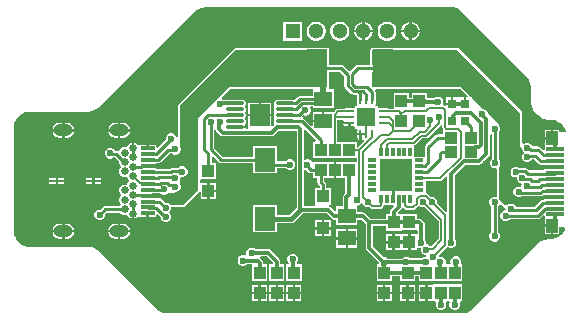
<source format=gbr>
%TF.GenerationSoftware,Altium Limited,Altium Designer,21.6.4 (81)*%
G04 Layer_Physical_Order=1*
G04 Layer_Color=255*
%FSLAX26Y26*%
%MOIN*%
%TF.SameCoordinates,57458678-C278-4CFF-9AA2-19D65F52AC30*%
%TF.FilePolarity,Positive*%
%TF.FileFunction,Copper,L1,Top,Signal*%
%TF.Part,Single*%
G01*
G75*
%TA.AperFunction,SMDPad,CuDef*%
%ADD10R,0.070866X0.125984*%
%ADD11R,0.039370X0.043307*%
%ADD12R,0.059055X0.051181*%
%ADD13R,0.066929X0.078740*%
%TA.AperFunction,ConnectorPad*%
%ADD14R,0.059055X0.013780*%
%ADD15R,0.039370X0.046457*%
%TA.AperFunction,SMDPad,CuDef*%
%ADD16R,0.031496X0.031496*%
%ADD17R,0.043307X0.039370*%
%ADD18R,0.039370X0.007874*%
%TA.AperFunction,ConnectorPad*%
%ADD19R,0.047244X0.011811*%
%TA.AperFunction,SMDPad,CuDef*%
%ADD20O,0.062992X0.011811*%
%ADD21R,0.066142X0.074016*%
%ADD22R,0.043307X0.043307*%
%ADD23R,0.106299X0.106299*%
%ADD24R,0.011811X0.031496*%
%ADD25R,0.031496X0.011811*%
%ADD26R,0.064961X0.064961*%
%ADD27O,0.009842X0.031496*%
%ADD28O,0.031496X0.009842*%
%TA.AperFunction,Conductor*%
%ADD29C,0.009842*%
%ADD30C,0.005906*%
%ADD31C,0.011811*%
%ADD32C,0.015748*%
%ADD33C,0.019685*%
%TA.AperFunction,ComponentPad*%
%ADD34C,0.051181*%
%ADD35R,0.051181X0.051181*%
%ADD36O,0.062992X0.039370*%
%ADD37C,0.025591*%
%TA.AperFunction,ViaPad*%
%ADD38C,0.023622*%
G36*
X1249565Y578638D02*
X1255148Y578641D01*
X1265161Y576277D01*
X1274366Y571675D01*
X1282267Y565081D01*
X1285161Y561222D01*
X1285352Y560930D01*
X1286076Y560191D01*
X1286651Y559331D01*
X1494425Y351377D01*
X1495197Y350861D01*
X1495299Y350719D01*
X1499571Y346735D01*
X1505832Y337930D01*
X1510229Y328048D01*
X1512580Y317491D01*
X1512686Y312084D01*
X1512782Y311647D01*
X1512782Y311647D01*
X1512697Y268738D01*
X1512747Y268484D01*
X1512709Y268228D01*
X1512969Y262915D01*
X1513150Y262193D01*
X1513149Y261449D01*
X1515215Y251062D01*
X1515593Y250150D01*
X1515785Y249180D01*
X1519836Y239396D01*
X1520385Y238574D01*
X1520763Y237661D01*
X1526645Y228855D01*
X1527343Y228156D01*
X1527892Y227335D01*
X1535378Y219845D01*
X1536199Y219295D01*
X1536898Y218596D01*
X1545701Y212710D01*
X1546613Y212332D01*
X1547435Y211782D01*
X1557217Y207726D01*
X1558186Y207532D01*
X1559098Y207154D01*
X1569484Y205083D01*
X1570227Y205082D01*
X1570948Y204901D01*
X1576243Y204638D01*
X1576493Y204675D01*
X1576741Y204626D01*
X1582093Y204626D01*
X1592533Y202549D01*
X1602367Y198476D01*
X1611217Y192563D01*
X1618743Y185036D01*
X1624657Y176186D01*
X1628259Y167490D01*
X1626636Y163800D01*
X1625561Y162490D01*
X1607362D01*
Y170644D01*
X1586614D01*
Y142415D01*
X1582677D01*
Y138478D01*
X1557992D01*
Y105111D01*
X1552992Y103039D01*
X1543296Y112735D01*
X1539715Y115128D01*
X1535491Y115968D01*
X1516161D01*
X1516003Y116074D01*
X1514426Y119881D01*
X1509443Y124864D01*
X1502931Y127561D01*
X1495883D01*
X1489371Y124864D01*
X1488754Y124247D01*
X1483754Y126318D01*
Y227362D01*
X1481882Y231882D01*
X1271252Y442512D01*
X1266732Y444384D01*
X1061024D01*
Y444882D01*
X978346D01*
Y441543D01*
X976876Y437992D01*
Y387023D01*
X935039D01*
X930815Y386183D01*
X927234Y383790D01*
X909517Y366073D01*
X905809Y365708D01*
X887727Y383790D01*
X884146Y386183D01*
X879921Y387023D01*
X840551D01*
Y444882D01*
X757874D01*
Y443400D01*
X525591D01*
X521071Y441528D01*
X338000Y258457D01*
X336128Y253937D01*
Y145714D01*
X331311Y145272D01*
X328614Y151783D01*
X323630Y156767D01*
X317118Y159464D01*
X310070D01*
X303559Y156767D01*
X298575Y151783D01*
X295878Y145271D01*
Y139642D01*
X267643Y111407D01*
X263024Y113320D01*
Y119858D01*
X238339D01*
Y108953D01*
X230464D01*
Y119858D01*
X205780D01*
Y119858D01*
X200780Y119784D01*
X200275Y121001D01*
X195269Y126007D01*
X189126Y128552D01*
Y110921D01*
X181252D01*
Y128552D01*
X175109Y126007D01*
X170103Y121001D01*
X167394Y114461D01*
X164538Y112553D01*
X161350Y113874D01*
X153910D01*
X147037Y111027D01*
X141776Y105766D01*
X140131Y101795D01*
X134343Y99712D01*
X134273Y99724D01*
X133738Y100082D01*
X129513Y100922D01*
X124948D01*
X124271Y102555D01*
X119288Y107539D01*
X112776Y110236D01*
X105728D01*
X99216Y107539D01*
X94233Y102555D01*
X91535Y96044D01*
Y88996D01*
X94233Y82484D01*
X99216Y77501D01*
X105728Y74803D01*
X112776D01*
X119288Y77501D01*
X120632Y78844D01*
X124941D01*
X138929Y64856D01*
Y59957D01*
X141776Y53084D01*
X146931Y47929D01*
X141776Y42774D01*
X138929Y35901D01*
Y28461D01*
X141776Y21588D01*
X147037Y16327D01*
X153910Y13480D01*
X161350D01*
X163813Y14501D01*
X166488Y12713D01*
X169335Y5840D01*
X174490Y685D01*
X169335Y-4470D01*
X166488Y-11343D01*
X163813Y-13130D01*
X161350Y-12110D01*
X153910D01*
X147037Y-14957D01*
X141776Y-20218D01*
X138929Y-27091D01*
Y-34531D01*
X141776Y-41404D01*
X146931Y-46559D01*
X141776Y-51714D01*
X138929Y-58587D01*
Y-66027D01*
X141776Y-72900D01*
X146931Y-78055D01*
X142222Y-82764D01*
X93783D01*
X89559Y-83605D01*
X85978Y-85998D01*
X77058Y-94917D01*
X71429D01*
X64917Y-97614D01*
X59933Y-102598D01*
X57236Y-109110D01*
Y-116158D01*
X59933Y-122669D01*
X64917Y-127653D01*
X71429Y-130350D01*
X78477D01*
X84988Y-127653D01*
X89972Y-122669D01*
X92669Y-116158D01*
Y-110528D01*
X98356Y-104842D01*
X142222D01*
X147037Y-109657D01*
X153910Y-112504D01*
X161350D01*
X164538Y-111183D01*
X167394Y-113091D01*
X170103Y-119631D01*
X175109Y-124637D01*
X181252Y-127182D01*
Y-109551D01*
X189126D01*
Y-127182D01*
X195269Y-124637D01*
X200275Y-119631D01*
X200780Y-118413D01*
X205780Y-118488D01*
Y-118488D01*
X230465D01*
Y-107583D01*
X238339D01*
Y-118488D01*
X263024D01*
Y-111474D01*
X267643Y-109560D01*
X277559Y-119476D01*
Y-122618D01*
X280256Y-129130D01*
X285240Y-134114D01*
X291752Y-136811D01*
X298800D01*
X305311Y-134114D01*
X310295Y-129130D01*
X312992Y-122618D01*
Y-115570D01*
X310295Y-109059D01*
X305567Y-104331D01*
X310295Y-99603D01*
X312992Y-93091D01*
Y-86043D01*
X313601Y-85132D01*
X354331D01*
X358851Y-83260D01*
X369120Y-72991D01*
X371256Y-72106D01*
X376240Y-67122D01*
X377125Y-64986D01*
X407323Y-34788D01*
X410824Y-35521D01*
X412323Y-36321D01*
Y-60118D01*
X433071D01*
Y-33464D01*
Y-6811D01*
X414935D01*
X412323Y-6811D01*
X409935Y-2800D01*
Y1519D01*
X411418Y5906D01*
X462598D01*
Y46080D01*
X462830Y47244D01*
X462598Y48408D01*
Y61024D01*
X448047D01*
Y80990D01*
X452666Y82904D01*
X472509Y63060D01*
X476091Y60667D01*
X480315Y59827D01*
X586614D01*
Y25590D01*
X665354D01*
Y44211D01*
X694645D01*
X698626Y40230D01*
X705137Y37533D01*
X712185D01*
X718697Y40230D01*
X723681Y45214D01*
X726378Y51725D01*
Y58773D01*
X723681Y65285D01*
X718697Y70269D01*
X712185Y72966D01*
X705137D01*
X698626Y70269D01*
X694645Y66288D01*
X665354D01*
Y116142D01*
X586614D01*
Y81905D01*
X484887D01*
X455921Y110872D01*
Y168937D01*
X460921Y169430D01*
X461024Y168911D01*
X463634Y165005D01*
X475737Y152902D01*
X475737Y152902D01*
X479644Y150292D01*
X484252Y149375D01*
X484253Y149375D01*
X647637D01*
X647638Y149375D01*
X652246Y150292D01*
X656153Y152902D01*
X671327Y168076D01*
X731463D01*
Y-87250D01*
X706779Y-111935D01*
X665354D01*
Y-80709D01*
X586614D01*
Y-171260D01*
X665354D01*
Y-140034D01*
X712598D01*
X717975Y-138964D01*
X722533Y-135919D01*
X751332Y-107119D01*
X830024D01*
X847562Y-124657D01*
X851469Y-127267D01*
X856077Y-128184D01*
X863189D01*
Y-147638D01*
X934055D01*
Y-128184D01*
X946784D01*
X961383Y-142783D01*
Y-221456D01*
X961383Y-221457D01*
X962299Y-226065D01*
X964910Y-229972D01*
X1005906Y-270968D01*
Y-275178D01*
X1004288Y-277599D01*
X997693D01*
Y-332716D01*
X1048874D01*
Y-317200D01*
X1075449D01*
Y-332716D01*
X1126630D01*
Y-317200D01*
X1138441D01*
Y-332716D01*
X1284111D01*
Y-277599D01*
X1281802D01*
X1279024Y-273441D01*
X1279527Y-272225D01*
Y-265177D01*
X1276830Y-258665D01*
X1271847Y-253681D01*
X1265335Y-250984D01*
X1258287D01*
X1251775Y-253681D01*
X1246792Y-258665D01*
X1244094Y-265177D01*
Y-272225D01*
X1244598Y-273441D01*
X1241820Y-277599D01*
X1231028D01*
X1228250Y-273441D01*
X1228346Y-273209D01*
Y-266161D01*
X1225649Y-259649D01*
X1220666Y-254666D01*
X1214154Y-251969D01*
X1207106D01*
X1206908Y-251836D01*
X1206203Y-245730D01*
X1230080Y-221853D01*
X1236027Y-220728D01*
X1242539Y-223425D01*
X1249587D01*
X1256098Y-220728D01*
X1261082Y-215744D01*
X1263779Y-209233D01*
Y-202185D01*
X1261082Y-195673D01*
X1258105Y-192696D01*
Y19676D01*
X1293316Y54887D01*
X1338553D01*
X1338553Y54887D01*
X1343162Y55804D01*
X1347069Y58414D01*
X1371704Y83050D01*
X1374315Y86957D01*
X1375231Y91565D01*
Y154591D01*
X1380231Y157264D01*
X1381186Y156626D01*
Y73563D01*
X1377697Y70075D01*
X1375000Y63563D01*
Y56515D01*
X1377697Y50004D01*
X1382681Y45020D01*
X1389193Y42323D01*
X1396240D01*
X1399120Y40399D01*
Y-49584D01*
X1395256Y-52165D01*
X1388208D01*
X1381697Y-54863D01*
X1376713Y-59846D01*
X1374016Y-66358D01*
Y-73406D01*
X1376713Y-79918D01*
X1380694Y-83898D01*
Y-170039D01*
X1376713Y-174019D01*
X1374016Y-180531D01*
Y-187579D01*
X1376713Y-194091D01*
X1381697Y-199074D01*
X1388208Y-201772D01*
X1395256D01*
X1401768Y-199074D01*
X1406752Y-194091D01*
X1409449Y-187579D01*
Y-180531D01*
X1406752Y-174019D01*
X1402771Y-170039D01*
Y-83898D01*
X1406752Y-79918D01*
X1407492Y-78130D01*
X1413390Y-76957D01*
X1421904Y-85472D01*
X1422188Y-85589D01*
X1422330Y-85861D01*
X1423790Y-86316D01*
X1426710Y-88135D01*
X1427934Y-91523D01*
X1428092Y-92240D01*
Y-96044D01*
X1426770Y-98023D01*
X1424044D01*
X1417532Y-100720D01*
X1412549Y-105704D01*
X1409851Y-112215D01*
Y-119263D01*
X1412549Y-125775D01*
X1417532Y-130758D01*
X1424044Y-133456D01*
X1431092D01*
X1437604Y-130758D01*
X1441584Y-126778D01*
X1536178D01*
X1540403Y-125938D01*
X1543984Y-123545D01*
X1553373Y-114156D01*
X1557992Y-116069D01*
Y-144199D01*
X1582677D01*
Y-148136D01*
X1586614D01*
Y-176364D01*
X1607362D01*
Y-153840D01*
X1623608D01*
X1626949Y-158841D01*
X1624657Y-164375D01*
X1618743Y-173225D01*
X1611217Y-180751D01*
X1602367Y-186665D01*
X1592533Y-190738D01*
X1582093Y-192815D01*
X1576772D01*
X1576525Y-192864D01*
X1576276Y-192827D01*
X1570953Y-193090D01*
X1570231Y-193271D01*
X1569486Y-193271D01*
X1559104Y-195341D01*
X1558192Y-195720D01*
X1557223Y-195912D01*
X1547445Y-199966D01*
X1546623Y-200515D01*
X1545711Y-200893D01*
X1536910Y-206776D01*
X1536384Y-207302D01*
X1535747Y-207684D01*
X1532074Y-211012D01*
X1532025Y-211041D01*
X1531062Y-211895D01*
X1529992Y-212612D01*
X1320759Y-422141D01*
X1320399Y-422681D01*
X1319909Y-423109D01*
X1316591Y-427418D01*
X1308678Y-433967D01*
X1299511Y-438519D01*
X1289546Y-440856D01*
X1284590D01*
X1284210Y-440844D01*
X1284047Y-440871D01*
X1283885Y-440839D01*
X296527Y-440872D01*
X296249Y-440857D01*
X295977Y-440896D01*
X295709Y-440843D01*
X291709Y-440846D01*
X284680Y-439705D01*
X277921Y-437452D01*
X271610Y-434145D01*
X269306Y-432418D01*
X268916Y-432063D01*
X268511Y-431453D01*
X268004Y-430942D01*
X267686Y-430728D01*
X267450Y-430424D01*
X267154Y-430168D01*
X68136Y-231150D01*
X67342Y-230620D01*
X66672Y-229940D01*
X63766Y-227970D01*
X63211Y-227735D01*
X62739Y-227360D01*
X56505Y-224140D01*
X55735Y-223918D01*
X55036Y-223523D01*
X48371Y-221331D01*
X47576Y-221233D01*
X46823Y-220954D01*
X39896Y-219844D01*
X39293Y-219867D01*
X38706Y-219726D01*
X35369Y-219593D01*
X35320Y-219584D01*
X35218Y-219587D01*
X34746Y-219565D01*
X34483Y-219605D01*
X34455Y-219606D01*
X33606Y-219436D01*
X-157478Y-219390D01*
X-157479Y-219390D01*
X-157480Y-219390D01*
X-162802Y-219389D01*
X-173242Y-217313D01*
X-183076Y-213240D01*
X-191926Y-207326D01*
X-199452Y-199800D01*
X-205366Y-190950D01*
X-209439Y-181116D01*
X-211516Y-170676D01*
Y-165354D01*
X-211516Y177165D01*
X-211516Y182487D01*
X-209439Y192927D01*
X-205366Y202761D01*
X-199452Y211611D01*
X-191926Y219137D01*
X-183076Y225051D01*
X-173242Y229124D01*
X-162802Y231201D01*
X-157480D01*
X33437Y231201D01*
X34512Y231414D01*
X34972Y231371D01*
X35333Y231409D01*
X38688Y231536D01*
X39283Y231678D01*
X39895Y231655D01*
X46823Y232765D01*
X47576Y233044D01*
X48371Y233142D01*
X55036Y235334D01*
X55734Y235729D01*
X56505Y235951D01*
X62739Y239170D01*
X63211Y239546D01*
X63767Y239781D01*
X66672Y241752D01*
X67342Y242431D01*
X68136Y242961D01*
X393579Y568405D01*
X394286Y568709D01*
X394866Y569108D01*
X395246Y569499D01*
X395721Y569767D01*
X395997Y570005D01*
X398471Y571860D01*
X404526Y575079D01*
X411004Y577326D01*
X417752Y578546D01*
X421180Y578629D01*
X421420Y578683D01*
X421498Y578667D01*
X421557D01*
X421671Y578653D01*
X421865Y578667D01*
X1248747Y578667D01*
X1249024Y578652D01*
X1249296Y578691D01*
X1249565Y578638D01*
D02*
G37*
G36*
X830709Y387023D02*
X810881D01*
X810566Y387338D01*
X805357Y390819D01*
X799213Y392041D01*
X793068Y390819D01*
X787859Y387338D01*
X784378Y382129D01*
X783156Y375984D01*
X784378Y369840D01*
X787859Y364631D01*
X802841Y349648D01*
Y314961D01*
X507874D01*
X403543Y210630D01*
Y-29528D01*
X354331Y-78740D01*
X309504D01*
X305311Y-74548D01*
X298800Y-71850D01*
X293170D01*
X281727Y-60407D01*
X278146Y-58014D01*
X273921Y-57174D01*
X263929D01*
Y-56402D01*
X248175D01*
X247081Y-55285D01*
X244869Y-51401D01*
X245440Y-48528D01*
X244869Y-45654D01*
X247081Y-41770D01*
X248175Y-40654D01*
X263929D01*
Y-39370D01*
X276126D01*
X279334Y-42578D01*
X285846Y-45276D01*
X292894D01*
X299406Y-42578D01*
X302614Y-39370D01*
X324803D01*
X326772Y-37401D01*
X330296D01*
X336807Y-34704D01*
X341791Y-29721D01*
X344488Y-23209D01*
Y-16161D01*
X342520Y-11409D01*
Y6162D01*
X342586Y6320D01*
Y10142D01*
X346830Y13746D01*
X347205Y13780D01*
X353918D01*
X360429Y16477D01*
X365413Y21460D01*
X368110Y27972D01*
Y35020D01*
X365667Y40919D01*
X365413Y41532D01*
X360429Y46515D01*
X353918Y49213D01*
X346870D01*
X346677Y49133D01*
X340358Y46515D01*
X337364Y43521D01*
X315492D01*
X311268Y42681D01*
X309576Y41550D01*
X263929D01*
Y42024D01*
X248175D01*
X247081Y43141D01*
X244869Y47024D01*
X245440Y49898D01*
X244869Y52772D01*
X247081Y56655D01*
X248175Y57772D01*
X263929D01*
Y59107D01*
X269831D01*
X274056Y59947D01*
X277637Y62340D01*
X308134Y92837D01*
X315179D01*
X316736Y91280D01*
X323248Y88583D01*
X330296D01*
X336807Y91280D01*
X341791Y96264D01*
X344488Y102775D01*
Y109823D01*
X342364Y114951D01*
X342520Y115106D01*
Y253937D01*
X525591Y437008D01*
X830709D01*
Y387023D01*
D02*
G37*
G36*
X757874Y307087D02*
X779857D01*
X784449Y306102D01*
Y284661D01*
X742126D01*
X737902Y283821D01*
X734321Y281428D01*
X723167Y270274D01*
X720672D01*
X717520Y270901D01*
X666339D01*
X661730Y269984D01*
X657823Y267374D01*
X655213Y263467D01*
X654296Y258858D01*
X655213Y254250D01*
X656272Y252665D01*
X657409Y249016D01*
X656272Y245366D01*
X655213Y243782D01*
X654296Y239173D01*
X655213Y234565D01*
X656272Y232980D01*
X657409Y229331D01*
X656272Y225681D01*
X655213Y224097D01*
X654296Y219488D01*
X655213Y214880D01*
X656272Y213295D01*
X657409Y209646D01*
X656272Y205996D01*
X655213Y204411D01*
X654296Y199803D01*
X655213Y195195D01*
X656272Y193610D01*
X657343Y190174D01*
X655810Y186620D01*
X651338Y182149D01*
X646338Y184220D01*
Y215552D01*
X608268D01*
X570197D01*
Y178460D01*
X570197Y177480D01*
X568795Y175096D01*
X564225Y174993D01*
X563301Y176181D01*
X524606D01*
Y184055D01*
X560533D01*
X560470Y184373D01*
X559511Y185808D01*
X558712Y191288D01*
X561322Y195195D01*
X562239Y199803D01*
X561322Y204411D01*
X560264Y205996D01*
X559126Y209646D01*
X560264Y213295D01*
X561322Y214880D01*
X562239Y219488D01*
X561322Y224097D01*
X558712Y228003D01*
Y230658D01*
X561322Y234565D01*
X562239Y239173D01*
X561322Y243782D01*
X560264Y245366D01*
X559126Y249016D01*
X560264Y252665D01*
X561322Y254250D01*
X562239Y258858D01*
X561322Y263467D01*
X558712Y267374D01*
X554805Y269984D01*
X550197Y270901D01*
X487422D01*
X486414Y271909D01*
X482538Y273514D01*
X481179Y279226D01*
X510522Y308568D01*
X757874D01*
Y307087D01*
D02*
G37*
G36*
X1301223Y283241D02*
X1299309Y278622D01*
X1297244D01*
Y257874D01*
X1289370D01*
Y278622D01*
X1272559D01*
Y278622D01*
X1270748D01*
Y278622D01*
X1253937D01*
Y257874D01*
X1250000D01*
Y253937D01*
X1229252D01*
Y251303D01*
X1229115Y251246D01*
X1224252Y249923D01*
X1221960Y251454D01*
X1219113Y256973D01*
X1220472Y260255D01*
Y267303D01*
X1217775Y273815D01*
X1212792Y278799D01*
X1206280Y281496D01*
X1199232D01*
X1192720Y278799D01*
X1189743Y275822D01*
X1165354D01*
Y293307D01*
X1114173D01*
Y277790D01*
X1106299D01*
Y293307D01*
X1055118D01*
Y241315D01*
X1036482D01*
X1034736Y242482D01*
X1030512Y243322D01*
X1008858D01*
X1006063Y242766D01*
X1001063Y245652D01*
Y250079D01*
X996636D01*
X993750Y255079D01*
X994307Y257874D01*
Y296260D01*
X993466Y300484D01*
X992721Y301600D01*
X995393Y306600D01*
X1277864D01*
X1301223Y283241D01*
D02*
G37*
G36*
X890536Y349758D02*
Y318140D01*
X891376Y313916D01*
X893769Y310335D01*
X913076Y291028D01*
X916657Y288635D01*
X920881Y287795D01*
X932814D01*
X932859Y287751D01*
Y257874D01*
X933415Y255079D01*
X930529Y250079D01*
X926102D01*
Y245652D01*
X921102Y242766D01*
X918307Y243322D01*
X896654D01*
X892429Y242482D01*
X890683Y241315D01*
X870079D01*
X870079Y241315D01*
X866622Y240628D01*
X863692Y238670D01*
X858142Y233119D01*
X854409Y230394D01*
Y230394D01*
X854409Y230394D01*
X823819D01*
Y199803D01*
X819882D01*
Y195866D01*
X785354D01*
Y184077D01*
X780735Y182163D01*
X755289Y207609D01*
X752229Y209654D01*
X751548Y210924D01*
X750787Y215283D01*
X754685Y219181D01*
X756318Y218504D01*
X763366D01*
X769878Y221201D01*
X774862Y226185D01*
X777559Y232696D01*
Y239744D01*
X775878Y243804D01*
X778847Y248804D01*
X784449D01*
Y243110D01*
X855315D01*
Y306102D01*
X845143D01*
X840551Y307087D01*
Y364945D01*
X875349D01*
X890536Y349758D01*
D02*
G37*
G36*
X886541Y203287D02*
X888499Y198567D01*
X887352Y196850D01*
X907480D01*
Y192913D01*
X911417D01*
Y182798D01*
X918307D01*
X921102Y183354D01*
X924673Y181411D01*
X926102Y180176D01*
Y175118D01*
X931160D01*
X932395Y173689D01*
X934338Y170118D01*
X933782Y167323D01*
Y160433D01*
X943898D01*
Y156496D01*
X947835D01*
Y136368D01*
X951050Y138517D01*
X956430D01*
X956982Y132157D01*
X936220Y111394D01*
X931102D01*
Y131890D01*
X867299D01*
Y203567D01*
X886284D01*
X886541Y203287D01*
D02*
G37*
G36*
X1216362Y185683D02*
Y179402D01*
X1217049Y175945D01*
X1217502Y175268D01*
X1217520Y170275D01*
X1217520Y170275D01*
X1217520Y170275D01*
Y155724D01*
X1201772D01*
X1197547Y154884D01*
X1193966Y152491D01*
X1162470Y120995D01*
X1160077Y117413D01*
X1159237Y113189D01*
Y80709D01*
X1122047D01*
Y118968D01*
X1122333D01*
X1125790Y119656D01*
X1128720Y121614D01*
X1149649Y142543D01*
X1163089D01*
X1166545Y143231D01*
X1169476Y145188D01*
X1211111Y186824D01*
X1211362Y187200D01*
X1216362Y185683D01*
D02*
G37*
G36*
X1477362Y227362D02*
Y116141D01*
X1481690Y111813D01*
Y106321D01*
X1484388Y99809D01*
X1489371Y94826D01*
X1489422Y94569D01*
X1485218Y90365D01*
X1482521Y83853D01*
Y76805D01*
X1485218Y70293D01*
X1490202Y65310D01*
X1496714Y62613D01*
X1503762D01*
X1510273Y65310D01*
X1515257Y70293D01*
X1516834Y74100D01*
X1516992Y74206D01*
X1522765D01*
X1538737Y58233D01*
X1542318Y55840D01*
X1546543Y55000D01*
X1557087D01*
Y53244D01*
X1590457D01*
X1599617Y44083D01*
X1597704Y39464D01*
X1557087D01*
Y35739D01*
X1505410D01*
X1500732Y40417D01*
X1497150Y42810D01*
X1492926Y43651D01*
X1473530D01*
X1472019Y45162D01*
X1465507Y47859D01*
X1458459D01*
X1451947Y45162D01*
X1446964Y40178D01*
X1444267Y33667D01*
Y26619D01*
X1446964Y20107D01*
X1451947Y15123D01*
X1458459Y12426D01*
X1465507D01*
X1465833Y12209D01*
Y6450D01*
X1468530Y-62D01*
X1473514Y-5045D01*
X1480025Y-7743D01*
X1481186Y-9480D01*
X1479964Y-12432D01*
Y-14882D01*
X1474981Y-18230D01*
X1467933D01*
X1461421Y-20927D01*
X1456437Y-25911D01*
X1453740Y-32422D01*
Y-39470D01*
X1456437Y-45982D01*
X1461421Y-50965D01*
X1467933Y-53663D01*
X1474981D01*
X1481492Y-50965D01*
X1482825Y-49632D01*
X1546484D01*
X1550708Y-48792D01*
X1554289Y-46399D01*
X1555295Y-45394D01*
X1590551D01*
X1591618Y-45181D01*
X1622047D01*
Y-58961D01*
X1557087D01*
Y-62060D01*
X1550980D01*
X1546755Y-62900D01*
X1543174Y-65293D01*
X1523452Y-85015D01*
X1461877D01*
X1461877Y-85015D01*
X1460828Y-82484D01*
X1455845Y-77500D01*
X1449333Y-74803D01*
X1442285D01*
X1435773Y-77500D01*
X1432909Y-80365D01*
X1426424Y-80952D01*
X1407765Y-62292D01*
X1406752Y-59846D01*
X1405512Y-58606D01*
Y47780D01*
X1407736Y50004D01*
X1410433Y56515D01*
Y63563D01*
X1407736Y70075D01*
X1405512Y72299D01*
Y163921D01*
X1406752Y165161D01*
X1409449Y171673D01*
Y178721D01*
X1406752Y185232D01*
X1405512Y186472D01*
Y187992D01*
X1368067Y225437D01*
Y226906D01*
X1365370Y233417D01*
X1360386Y238401D01*
X1353874Y241098D01*
X1352406D01*
X1314961Y278543D01*
Y279528D01*
X1313976D01*
X1280512Y312992D01*
X987452D01*
X983268Y314961D01*
Y364945D01*
X1019685D01*
X1023909Y365786D01*
X1027491Y368179D01*
X1029883Y371760D01*
X1030724Y375984D01*
X1029883Y380209D01*
X1027491Y383790D01*
X1023909Y386183D01*
X1019685Y387023D01*
X983268D01*
Y437992D01*
X1266732D01*
X1477362Y227362D01*
D02*
G37*
G36*
X761574Y38374D02*
X761959Y37798D01*
X770161Y29596D01*
X773742Y27203D01*
X777967Y26363D01*
X785433D01*
Y9843D01*
X799985D01*
Y-3937D01*
X800825Y-8161D01*
X803218Y-11743D01*
X807859Y-16383D01*
Y-23622D01*
X791339D01*
Y-78740D01*
X791338D01*
X789635Y-83034D01*
X755548D01*
Y35458D01*
X760548Y38799D01*
X761574Y38374D01*
D02*
G37*
G36*
X952819Y-75625D02*
X954559Y-79827D01*
X959543Y-84811D01*
X966054Y-87508D01*
X973102D01*
X974106Y-87092D01*
X977590Y-90575D01*
X980520Y-92533D01*
X983976Y-93221D01*
X1008352D01*
X1011808Y-92533D01*
X1014738Y-90575D01*
X1018197Y-87116D01*
X1020155Y-84186D01*
X1020843Y-80730D01*
Y-80709D01*
X1043307D01*
Y-79803D01*
X1052095D01*
X1054166Y-84803D01*
X1045619Y-93351D01*
X1043008Y-97258D01*
X1042091Y-101866D01*
X1042091Y-101867D01*
Y-110236D01*
X1028543D01*
Y-125753D01*
X978413D01*
X960287Y-107626D01*
X956380Y-105016D01*
X951772Y-104099D01*
X951771Y-104099D01*
X934055D01*
Y-84646D01*
X934055Y-84646D01*
X934055D01*
X934055Y-84646D01*
X935677Y-80318D01*
X937561D01*
X944073Y-77620D01*
X947243Y-74451D01*
X952819Y-75625D01*
D02*
G37*
G36*
X1142433Y-84811D02*
X1148945Y-87508D01*
X1155993D01*
X1156997Y-87092D01*
X1204551Y-134646D01*
Y-192606D01*
X1180571Y-216585D01*
X1176937D01*
X1173679Y-213327D01*
X1167167Y-210630D01*
X1163335D01*
X1162401Y-209233D01*
Y-202185D01*
X1159704Y-195673D01*
X1158987Y-194956D01*
Y-143730D01*
X1158987Y-143730D01*
X1158071Y-139121D01*
X1155460Y-135214D01*
X1155460Y-135214D01*
X1148541Y-128296D01*
X1144634Y-125685D01*
X1140026Y-124769D01*
X1140026Y-124769D01*
X1132874D01*
Y-109252D01*
X1081693D01*
Y-109252D01*
X1079724Y-110236D01*
X1069866D01*
X1067794Y-105236D01*
X1079381Y-93649D01*
X1081992Y-89742D01*
X1081993Y-89734D01*
X1087402Y-88175D01*
X1092814Y-93587D01*
X1095744Y-95545D01*
X1099201Y-96232D01*
X1099201Y-96232D01*
X1119799D01*
X1123256Y-95545D01*
X1126186Y-93587D01*
X1135162Y-84611D01*
X1142021Y-84399D01*
X1142433Y-84811D01*
D02*
G37*
G36*
X795167Y136509D02*
X793253Y131890D01*
X785433D01*
Y76772D01*
X930929D01*
Y64961D01*
X879921D01*
Y64055D01*
X862205D01*
Y37402D01*
Y10748D01*
X879921D01*
Y9843D01*
X893469D01*
Y-40288D01*
X888138Y-45619D01*
X885528Y-49526D01*
X884611Y-54134D01*
X884611Y-54134D01*
Y-84646D01*
X863189D01*
Y-99152D01*
X858189Y-101223D01*
X843528Y-86561D01*
X839621Y-83951D01*
X838561Y-83740D01*
X839053Y-78740D01*
X846457D01*
Y-23622D01*
X829936D01*
Y-11811D01*
X829096Y-7587D01*
X826703Y-4005D01*
X822062Y635D01*
Y9843D01*
X836614D01*
Y10748D01*
X854331D01*
Y37402D01*
Y64055D01*
X836614D01*
Y64961D01*
X785433D01*
X785433Y64961D01*
X781030Y66402D01*
X777163Y70269D01*
X770652Y72966D01*
X763604D01*
X760548Y71700D01*
X755548Y75041D01*
Y169056D01*
X760548Y171127D01*
X795167Y136509D01*
D02*
G37*
G36*
X1234020Y14195D02*
Y-102269D01*
X1229020Y-104340D01*
X1199295Y-74615D01*
X1199711Y-73611D01*
Y-66563D01*
X1197014Y-60051D01*
X1192030Y-55068D01*
X1185519Y-52370D01*
X1178471D01*
X1177467Y-52786D01*
X1167417Y-42736D01*
X1164486Y-40778D01*
X1161417Y-40167D01*
Y811D01*
X1210362D01*
X1213819Y1498D01*
X1216749Y3456D01*
X1229401Y16108D01*
X1234020Y14195D01*
D02*
G37*
G36*
X1028543Y-165354D02*
X1079724D01*
Y-165354D01*
X1081693Y-164370D01*
X1132874D01*
X1134902Y-168530D01*
Y-173302D01*
X1131968Y-177087D01*
X1111220D01*
Y-203740D01*
Y-230394D01*
X1131968D01*
Y-224580D01*
X1136968Y-221689D01*
X1141161Y-223425D01*
X1144993D01*
X1145927Y-224822D01*
Y-231870D01*
X1148624Y-238382D01*
X1153607Y-243366D01*
X1160119Y-246063D01*
X1161289D01*
X1163718Y-249805D01*
X1162208Y-251969D01*
X1158878D01*
X1152366Y-254666D01*
X1149389Y-257643D01*
X1109469D01*
X1107477Y-255650D01*
X1100965Y-252953D01*
X1093917D01*
X1087405Y-255650D01*
X1083936Y-259119D01*
X1036142D01*
X1033658Y-256634D01*
X1027146Y-253937D01*
X1022936D01*
X985468Y-216469D01*
Y-149838D01*
X1028543D01*
Y-165354D01*
D02*
G37*
%LPC*%
G36*
X1115248Y530591D02*
X1115158D01*
Y503937D01*
X1141811D01*
Y504027D01*
X1139726Y511808D01*
X1135699Y518783D01*
X1130004Y524479D01*
X1123028Y528506D01*
X1115248Y530591D01*
D02*
G37*
G36*
X1107284D02*
X1107193D01*
X1099413Y528506D01*
X1092438Y524479D01*
X1086742Y518783D01*
X1082715Y511808D01*
X1080630Y504027D01*
Y503937D01*
X1107284D01*
Y530591D01*
D02*
G37*
G36*
X957768D02*
X957677D01*
Y503937D01*
X984331D01*
Y504027D01*
X982246Y511808D01*
X978219Y518783D01*
X972523Y524479D01*
X965548Y528506D01*
X957768Y530591D01*
D02*
G37*
G36*
X949803D02*
X949713D01*
X941933Y528506D01*
X934957Y524479D01*
X929262Y518783D01*
X925234Y511808D01*
X923150Y504027D01*
Y503937D01*
X949803D01*
Y530591D01*
D02*
G37*
G36*
X1141811Y496063D02*
X1115158D01*
Y469409D01*
X1115248D01*
X1123028Y471494D01*
X1130004Y475522D01*
X1135699Y481217D01*
X1139726Y488192D01*
X1141811Y495973D01*
Y496063D01*
D02*
G37*
G36*
X1107284D02*
X1080630D01*
Y495973D01*
X1082715Y488192D01*
X1086742Y481217D01*
X1092438Y475522D01*
X1099413Y471494D01*
X1107193Y469409D01*
X1107284D01*
Y496063D01*
D02*
G37*
G36*
X984331D02*
X957677D01*
Y469409D01*
X957768D01*
X965548Y471494D01*
X972523Y475522D01*
X978219Y481217D01*
X982246Y488192D01*
X984331Y495973D01*
Y496063D01*
D02*
G37*
G36*
X949803D02*
X923150D01*
Y495973D01*
X925234Y488192D01*
X929262Y481217D01*
X934957Y475522D01*
X941933Y471494D01*
X949713Y469409D01*
X949803D01*
Y496063D01*
D02*
G37*
G36*
X1036627Y531496D02*
X1028334D01*
X1020323Y529350D01*
X1013141Y525203D01*
X1007277Y519339D01*
X1003131Y512157D01*
X1000984Y504147D01*
Y495853D01*
X1003131Y487843D01*
X1007277Y480661D01*
X1013141Y474797D01*
X1020323Y470650D01*
X1028334Y468504D01*
X1036627D01*
X1044637Y470650D01*
X1051819Y474797D01*
X1057684Y480661D01*
X1061830Y487843D01*
X1063976Y495853D01*
Y504147D01*
X1061830Y512157D01*
X1057684Y519339D01*
X1051819Y525203D01*
X1044637Y529350D01*
X1036627Y531496D01*
D02*
G37*
G36*
X879146D02*
X870854D01*
X862843Y529350D01*
X855661Y525203D01*
X849797Y519339D01*
X845650Y512157D01*
X843504Y504147D01*
Y495853D01*
X845650Y487843D01*
X849797Y480661D01*
X855661Y474797D01*
X862843Y470650D01*
X870854Y468504D01*
X879146D01*
X887157Y470650D01*
X894339Y474797D01*
X900203Y480661D01*
X904350Y487843D01*
X906496Y495853D01*
Y504147D01*
X904350Y512157D01*
X900203Y519339D01*
X894339Y525203D01*
X887157Y529350D01*
X879146Y531496D01*
D02*
G37*
G36*
X800406D02*
X792113D01*
X784103Y529350D01*
X776921Y525203D01*
X771057Y519339D01*
X766910Y512157D01*
X764764Y504147D01*
Y495853D01*
X766910Y487843D01*
X771057Y480661D01*
X776921Y474797D01*
X784103Y470650D01*
X792113Y468504D01*
X800406D01*
X808417Y470650D01*
X815599Y474797D01*
X821463Y480661D01*
X825609Y487843D01*
X827756Y495853D01*
Y504147D01*
X825609Y512157D01*
X821463Y519339D01*
X815599Y525203D01*
X808417Y529350D01*
X800406Y531496D01*
D02*
G37*
G36*
X749016D02*
X686024D01*
Y468504D01*
X749016D01*
Y531496D01*
D02*
G37*
G36*
X151724Y193964D02*
X143850D01*
Y172732D01*
X176110D01*
X174977Y178427D01*
X169521Y186592D01*
X161356Y192048D01*
X151724Y193964D01*
D02*
G37*
G36*
X-34496D02*
X-42370D01*
Y172732D01*
X-10111D01*
X-11243Y178427D01*
X-16699Y186592D01*
X-24864Y192048D01*
X-34496Y193964D01*
D02*
G37*
G36*
X135976D02*
X128102D01*
X118471Y192048D01*
X110305Y186592D01*
X104850Y178427D01*
X103717Y172732D01*
X135976D01*
Y193964D01*
D02*
G37*
G36*
X-50244D02*
X-58118D01*
X-67750Y192048D01*
X-75915Y186592D01*
X-81371Y178427D01*
X-82504Y172732D01*
X-50244D01*
Y193964D01*
D02*
G37*
G36*
X1578740Y170644D02*
X1557992D01*
Y146352D01*
X1578740D01*
Y170644D01*
D02*
G37*
G36*
X176110Y164858D02*
X143850D01*
Y143627D01*
X151724D01*
X161356Y145542D01*
X169521Y150998D01*
X174977Y159164D01*
X176110Y164858D01*
D02*
G37*
G36*
X135976D02*
X103717D01*
X104850Y159164D01*
X110305Y150998D01*
X118471Y145542D01*
X128102Y143627D01*
X135976D01*
Y164858D01*
D02*
G37*
G36*
X-10111D02*
X-42370D01*
Y143627D01*
X-34496D01*
X-24864Y145542D01*
X-16699Y150998D01*
X-11243Y159164D01*
X-10111Y164858D01*
D02*
G37*
G36*
X-50244D02*
X-82504D01*
X-81371Y159164D01*
X-75915Y150998D01*
X-67750Y145542D01*
X-58118Y143627D01*
X-50244D01*
Y164858D01*
D02*
G37*
G36*
X78772Y9622D02*
X58023D01*
Y4622D01*
X78772D01*
Y9622D01*
D02*
G37*
G36*
X-43276D02*
X-64024D01*
Y4622D01*
X-43276D01*
Y9622D01*
D02*
G37*
G36*
X50150D02*
X29402D01*
Y4622D01*
X50150D01*
Y9622D01*
D02*
G37*
G36*
X-71898D02*
X-92646D01*
Y4622D01*
X-71898D01*
Y9622D01*
D02*
G37*
G36*
X78772Y-3252D02*
X58023D01*
Y-8252D01*
X78772D01*
Y-3252D01*
D02*
G37*
G36*
X50150D02*
X29402D01*
Y-8252D01*
X50150D01*
Y-3252D01*
D02*
G37*
G36*
X-43276D02*
X-64024D01*
Y-8252D01*
X-43276D01*
Y-3252D01*
D02*
G37*
G36*
X-71898D02*
X-92646D01*
Y-8252D01*
X-71898D01*
Y-3252D01*
D02*
G37*
G36*
X440945Y-6811D02*
Y-29527D01*
X461693D01*
Y-6811D01*
X440945D01*
D02*
G37*
G36*
X461693Y-37401D02*
X440945D01*
Y-60118D01*
X461693D01*
Y-37401D01*
D02*
G37*
G36*
X845551Y-130827D02*
X822835D01*
Y-153543D01*
X845551D01*
Y-130827D01*
D02*
G37*
G36*
X814961D02*
X792244D01*
Y-153543D01*
X814961D01*
Y-130827D01*
D02*
G37*
G36*
X151724Y-142256D02*
X143850D01*
Y-163488D01*
X176110D01*
X174977Y-157793D01*
X169521Y-149628D01*
X161356Y-144172D01*
X151724Y-142256D01*
D02*
G37*
G36*
X-34496D02*
X-42370D01*
Y-163488D01*
X-10111D01*
X-11243Y-157793D01*
X-16699Y-149628D01*
X-24864Y-144172D01*
X-34496Y-142256D01*
D02*
G37*
G36*
X135976D02*
X128102D01*
X118471Y-144172D01*
X110305Y-149628D01*
X104850Y-157793D01*
X103717Y-163488D01*
X135976D01*
Y-142256D01*
D02*
G37*
G36*
X-50244D02*
X-58118D01*
X-67750Y-144172D01*
X-75915Y-149628D01*
X-81371Y-157793D01*
X-82504Y-163488D01*
X-50244D01*
Y-142256D01*
D02*
G37*
G36*
X1578740Y-152073D02*
X1557992D01*
Y-176364D01*
X1578740D01*
Y-152073D01*
D02*
G37*
G36*
X845551Y-161417D02*
X822835D01*
Y-184134D01*
X845551D01*
Y-161417D01*
D02*
G37*
G36*
X814961D02*
X792244D01*
Y-184134D01*
X814961D01*
Y-161417D01*
D02*
G37*
G36*
X933149Y-160354D02*
X902559D01*
Y-187008D01*
X933149D01*
Y-160354D01*
D02*
G37*
G36*
X894685D02*
X864095D01*
Y-187008D01*
X894685D01*
Y-160354D01*
D02*
G37*
G36*
X176110Y-171362D02*
X143850D01*
Y-192594D01*
X151724D01*
X161356Y-190678D01*
X169521Y-185222D01*
X174977Y-177057D01*
X176110Y-171362D01*
D02*
G37*
G36*
X135976D02*
X103717D01*
X104850Y-177057D01*
X110305Y-185222D01*
X118471Y-190678D01*
X128102Y-192594D01*
X135976D01*
Y-171362D01*
D02*
G37*
G36*
X-10111D02*
X-42370D01*
Y-192594D01*
X-34496D01*
X-24864Y-190678D01*
X-16699Y-185222D01*
X-11243Y-177057D01*
X-10111Y-171362D01*
D02*
G37*
G36*
X-50244D02*
X-82504D01*
X-81371Y-177057D01*
X-75915Y-185222D01*
X-67750Y-190678D01*
X-58118Y-192594D01*
X-50244D01*
Y-171362D01*
D02*
G37*
G36*
X933149Y-194882D02*
X902559D01*
Y-221535D01*
X933149D01*
Y-194882D01*
D02*
G37*
G36*
X894685D02*
X864095D01*
Y-221535D01*
X894685D01*
Y-194882D01*
D02*
G37*
G36*
X585217Y-221457D02*
X578169D01*
X571657Y-224154D01*
X566674Y-229138D01*
X563976Y-235649D01*
Y-242697D01*
X565368Y-246056D01*
X564004Y-247645D01*
X561335Y-249386D01*
X555689Y-247047D01*
X548641D01*
X542130Y-249744D01*
X537146Y-254728D01*
X534449Y-261240D01*
Y-268288D01*
X537146Y-274799D01*
X542130Y-279783D01*
X548641Y-282480D01*
X555689D01*
X562201Y-279783D01*
X565178Y-276806D01*
X577667D01*
X582339Y-277599D01*
Y-332716D01*
X633520D01*
Y-277599D01*
X619972D01*
Y-271683D01*
X619972Y-271683D01*
X619055Y-267074D01*
X616444Y-263167D01*
X616444Y-263167D01*
X609526Y-256248D01*
X609476Y-256216D01*
X610993Y-251216D01*
X630838D01*
X652221Y-272599D01*
X651158Y-277599D01*
X639425D01*
Y-332717D01*
X690606D01*
Y-277599D01*
X677058D01*
Y-268362D01*
X676141Y-263754D01*
X673531Y-259847D01*
X673531Y-259847D01*
X644342Y-230658D01*
X640435Y-228048D01*
X635827Y-227131D01*
X635826Y-227131D01*
X594705D01*
X591729Y-224154D01*
X585217Y-221457D01*
D02*
G37*
G36*
X722028Y-243110D02*
X714980D01*
X708468Y-245808D01*
X703485Y-250791D01*
X700788Y-257303D01*
Y-264351D01*
X703485Y-270862D01*
X705221Y-272599D01*
X703466Y-277599D01*
X696512D01*
Y-332716D01*
X747693D01*
Y-277599D01*
X733542D01*
X731787Y-272599D01*
X733523Y-270862D01*
X736221Y-264351D01*
Y-257303D01*
X733523Y-250791D01*
X728540Y-245808D01*
X722028Y-243110D01*
D02*
G37*
G36*
X1160095Y-345433D02*
X1139347D01*
Y-368150D01*
X1160095D01*
Y-345433D01*
D02*
G37*
G36*
X1047969D02*
X1027221D01*
Y-368150D01*
X1047969D01*
Y-345433D01*
D02*
G37*
G36*
X1019347D02*
X998599D01*
Y-368150D01*
X1019347D01*
Y-345433D01*
D02*
G37*
G36*
X746787D02*
X726039D01*
Y-368150D01*
X746787D01*
Y-345433D01*
D02*
G37*
G36*
X718165D02*
X697417D01*
Y-368150D01*
X718165D01*
Y-345433D01*
D02*
G37*
G36*
X632614D02*
X611866D01*
Y-368150D01*
X632614D01*
Y-345433D01*
D02*
G37*
G36*
X603992D02*
X583244D01*
Y-368150D01*
X603992D01*
Y-345433D01*
D02*
G37*
G36*
X689701Y-345433D02*
X668953D01*
Y-368150D01*
X689701D01*
Y-345433D01*
D02*
G37*
G36*
X661079D02*
X640331D01*
Y-368150D01*
X661079D01*
Y-345433D01*
D02*
G37*
G36*
X1125725Y-345433D02*
X1104976D01*
Y-368150D01*
X1125725D01*
Y-345433D01*
D02*
G37*
G36*
X1097102D02*
X1076354D01*
Y-368150D01*
X1097102D01*
Y-345433D01*
D02*
G37*
G36*
X1160095Y-376024D02*
X1139347D01*
Y-398740D01*
X1160095D01*
Y-376024D01*
D02*
G37*
G36*
X1125725Y-376024D02*
X1104976D01*
Y-398740D01*
X1125725D01*
Y-376024D01*
D02*
G37*
G36*
X1097102D02*
X1076354D01*
Y-398740D01*
X1097102D01*
Y-376024D01*
D02*
G37*
G36*
X1047969Y-376024D02*
X1027221D01*
Y-398740D01*
X1047969D01*
Y-376024D01*
D02*
G37*
G36*
X1019347D02*
X998599D01*
Y-398740D01*
X1019347D01*
Y-376024D01*
D02*
G37*
G36*
X746787D02*
X726039D01*
Y-398740D01*
X746787D01*
Y-376024D01*
D02*
G37*
G36*
X718165D02*
X697417D01*
Y-398740D01*
X718165D01*
Y-376024D01*
D02*
G37*
G36*
X632614D02*
X611866D01*
Y-398740D01*
X632614D01*
Y-376024D01*
D02*
G37*
G36*
X603992D02*
X583244D01*
Y-398740D01*
X603992D01*
Y-376024D01*
D02*
G37*
G36*
X689701Y-376024D02*
X668953D01*
Y-398740D01*
X689701D01*
Y-376024D01*
D02*
G37*
G36*
X661079D02*
X640331D01*
Y-398740D01*
X661079D01*
Y-376024D01*
D02*
G37*
G36*
X1284111Y-344528D02*
X1185685D01*
Y-345433D01*
X1167969D01*
Y-372087D01*
Y-398740D01*
X1185685D01*
Y-399646D01*
X1192886D01*
X1196227Y-404646D01*
X1194882Y-407893D01*
Y-414941D01*
X1197579Y-421453D01*
X1202563Y-426437D01*
X1209074Y-429134D01*
X1216122D01*
X1222634Y-426437D01*
X1227618Y-421453D01*
X1230315Y-414941D01*
Y-407893D01*
X1228970Y-404646D01*
X1232311Y-399646D01*
X1238162D01*
X1241503Y-404646D01*
X1240158Y-407893D01*
Y-414941D01*
X1242855Y-421453D01*
X1247838Y-426437D01*
X1254350Y-429134D01*
X1261398D01*
X1267910Y-426437D01*
X1272893Y-421453D01*
X1275591Y-414941D01*
Y-407893D01*
X1274245Y-404646D01*
X1277586Y-399646D01*
X1284111D01*
Y-344528D01*
D02*
G37*
G36*
X646338Y261496D02*
X612205D01*
Y223426D01*
X646338D01*
Y261496D01*
D02*
G37*
G36*
X604331D02*
X570197D01*
Y223426D01*
X604331D01*
Y261496D01*
D02*
G37*
G36*
X1246063Y278622D02*
X1229252D01*
Y261811D01*
X1246063D01*
Y278622D01*
D02*
G37*
G36*
X815945Y230394D02*
X785354D01*
Y203740D01*
X815945D01*
Y230394D01*
D02*
G37*
G36*
X903543Y188976D02*
X887352D01*
X889501Y185761D01*
X892782Y183568D01*
X896654Y182798D01*
X903543D01*
Y188976D01*
D02*
G37*
G36*
X939961Y152559D02*
X933782D01*
Y145669D01*
X934552Y141798D01*
X936745Y138517D01*
X939961Y136368D01*
Y152559D01*
D02*
G37*
G36*
X1050197Y-178071D02*
X1029449D01*
Y-200787D01*
X1050197D01*
Y-178071D01*
D02*
G37*
G36*
Y-208661D02*
X1029449D01*
Y-231378D01*
X1050197D01*
Y-208661D01*
D02*
G37*
G36*
X1082599Y-177086D02*
X1078819Y-178071D01*
X1078819Y-178071D01*
X1058071D01*
Y-204724D01*
Y-231378D01*
X1078006D01*
X1078819Y-231378D01*
X1078819Y-231378D01*
X1082599Y-230394D01*
X1082599Y-230394D01*
X1103346D01*
Y-203740D01*
Y-177087D01*
X1083411D01*
X1082599Y-177086D01*
X1082599Y-177086D01*
D02*
G37*
%LPD*%
D10*
X1019685Y375984D02*
D03*
X799213D02*
D03*
D11*
X811024Y37402D02*
D03*
Y104331D02*
D03*
X1080709Y265748D02*
D03*
Y198819D02*
D03*
X437008Y33465D02*
D03*
Y-33465D02*
D03*
X722102Y-305158D02*
D03*
Y-372087D02*
D03*
X665016Y-305158D02*
D03*
Y-372087D02*
D03*
X607929Y-305158D02*
D03*
Y-372087D02*
D03*
X1258520D02*
D03*
Y-305158D02*
D03*
X1211276Y-372087D02*
D03*
Y-305158D02*
D03*
X1164032D02*
D03*
Y-372087D02*
D03*
X1101040D02*
D03*
Y-305158D02*
D03*
X1023284Y-372087D02*
D03*
Y-305158D02*
D03*
X905512Y104331D02*
D03*
Y37402D02*
D03*
X1139764Y198819D02*
D03*
Y265748D02*
D03*
X1107283Y-136811D02*
D03*
Y-203740D02*
D03*
X1054134Y-137795D02*
D03*
Y-204724D02*
D03*
X858268Y37402D02*
D03*
Y104331D02*
D03*
D12*
X819882Y274606D02*
D03*
Y199803D02*
D03*
X898622Y-116142D02*
D03*
Y-190945D02*
D03*
D13*
X625984Y-125984D02*
D03*
Y70866D02*
D03*
D14*
X1592520Y-111126D02*
D03*
Y-91441D02*
D03*
Y-71756D02*
D03*
Y-52071D02*
D03*
Y-32386D02*
D03*
Y-12701D02*
D03*
Y6984D02*
D03*
Y26669D02*
D03*
Y46354D02*
D03*
Y66039D02*
D03*
Y85724D02*
D03*
Y105409D02*
D03*
D15*
X1582677Y142415D02*
D03*
Y-148136D02*
D03*
D16*
X1250000Y198819D02*
D03*
Y257874D02*
D03*
X1293307Y198819D02*
D03*
Y257874D02*
D03*
D17*
X1245079Y144685D02*
D03*
X1312008D02*
D03*
X1245079Y98425D02*
D03*
X1312008D02*
D03*
D18*
X54087Y685D02*
D03*
X-67961D02*
D03*
D19*
X234401Y108953D02*
D03*
Y89268D02*
D03*
Y69583D02*
D03*
Y49898D02*
D03*
Y30213D02*
D03*
Y10528D02*
D03*
Y-9157D02*
D03*
Y-28843D02*
D03*
Y-48528D02*
D03*
Y-68213D02*
D03*
Y-87898D02*
D03*
Y-107583D02*
D03*
D20*
X691929Y180118D02*
D03*
Y199803D02*
D03*
Y219488D02*
D03*
Y239173D02*
D03*
Y258858D02*
D03*
X524606Y180118D02*
D03*
Y199803D02*
D03*
Y219488D02*
D03*
Y239173D02*
D03*
Y258858D02*
D03*
D21*
X608268Y219488D02*
D03*
D22*
X818898Y-51181D02*
D03*
Y-157480D02*
D03*
D23*
X1061024Y19685D02*
D03*
D24*
X1011811Y98425D02*
D03*
X1031496D02*
D03*
X1051181D02*
D03*
X1070866D02*
D03*
X1090551D02*
D03*
X1110236D02*
D03*
Y-59055D02*
D03*
X1090551D02*
D03*
X1070866D02*
D03*
X1051181D02*
D03*
X1031496D02*
D03*
X1011811D02*
D03*
D25*
X1139764Y68898D02*
D03*
Y49213D02*
D03*
Y29527D02*
D03*
Y9842D02*
D03*
Y-9843D02*
D03*
Y-29528D02*
D03*
X982284D02*
D03*
Y-9843D02*
D03*
Y9842D02*
D03*
Y29527D02*
D03*
Y49213D02*
D03*
Y68898D02*
D03*
D26*
X963583Y212598D02*
D03*
D27*
X943898Y268701D02*
D03*
X963583D02*
D03*
X983268D02*
D03*
Y156496D02*
D03*
X963583D02*
D03*
X943898D02*
D03*
D28*
X1019685Y232284D02*
D03*
Y212598D02*
D03*
Y192913D02*
D03*
X907480D02*
D03*
Y212598D02*
D03*
Y232284D02*
D03*
D29*
X1051181Y-59055D02*
Y9842D01*
X1061024Y19685D01*
X1139764Y29527D02*
X1140748Y30512D01*
X1166512D01*
X1208661Y72661D02*
Y92659D01*
X1166512Y30512D02*
X1208661Y72661D01*
X1140748Y50197D02*
X1158028D01*
X1139764Y49213D02*
X1140748Y50197D01*
X1158028D02*
X1170276Y62444D01*
X185189Y-109551D02*
Y-78055D01*
Y79425D02*
Y110921D01*
X1214427Y98425D02*
X1245079D01*
X1208661Y92659D02*
X1214427Y98425D01*
X1312008Y144685D02*
Y180118D01*
X1293307Y198819D02*
X1312008Y180118D01*
X1170276Y113189D02*
X1201772Y144685D01*
X1245079D01*
X1170276Y62444D02*
Y113189D01*
X1500837Y24700D02*
X1590551D01*
X1492926Y32612D02*
X1500837Y24700D01*
X1464452Y32612D02*
X1492926D01*
X1461983Y30143D02*
X1464452Y32612D01*
X1528024Y-96054D02*
X1550980Y-73099D01*
X1567913D02*
X1569256Y-71756D01*
X1536178Y-115739D02*
X1559133Y-92784D01*
X1427568Y-115739D02*
X1536178D01*
X1591177Y-92784D02*
X1592520Y-91441D01*
X1458464Y-96054D02*
X1528024D01*
X1569256Y-71756D02*
X1592520D01*
X1550980Y-73099D02*
X1567913D01*
X1559133Y-92784D02*
X1591177D01*
X1475185Y-35946D02*
X1477833Y-38593D01*
X1471457Y-35946D02*
X1475185D01*
X1477833Y-38593D02*
X1546484D01*
X1448446Y-95156D02*
X1457566D01*
X1445809Y-92520D02*
X1448446Y-95156D01*
X1457566D02*
X1458464Y-96054D01*
X214716Y-46559D02*
X216685Y-48528D01*
X185189Y-46559D02*
X214716D01*
X216685Y-48528D02*
X234401D01*
X303562Y103876D02*
X324349D01*
X234401Y69583D02*
X252540D01*
X269831Y70145D02*
X303562Y103876D01*
X253102Y70145D02*
X269831D01*
X252540Y69583D02*
X253102Y70145D01*
X261678Y89831D02*
X313594Y141747D01*
X234401Y89268D02*
X234964Y89831D01*
X261678D01*
X324349Y103876D02*
X326772Y106299D01*
X349408Y32482D02*
X350394Y31496D01*
X315492Y32482D02*
X349408D01*
X234701Y30512D02*
X313522D01*
X315492Y32482D01*
X298747Y-4921D02*
X306619Y-12793D01*
X279993Y-4921D02*
X298747D01*
X323043Y-19685D02*
X326772D01*
X316151Y-12793D02*
X323043Y-19685D01*
X234401Y10528D02*
X267603D01*
X306619Y-12793D02*
X316151D01*
X267603Y10528D02*
X271840Y14764D01*
X306901D01*
X234401Y-9157D02*
X275757D01*
X322445Y12268D02*
X324869Y9844D01*
X306901Y14764D02*
X309396Y12268D01*
X322445D01*
X963583Y268701D02*
Y288007D01*
X952756Y298834D02*
X963583Y288007D01*
X937387Y298834D02*
X952756D01*
X983268Y268701D02*
Y296260D01*
X927404Y314582D02*
X964946D01*
X983268Y296260D01*
X917323Y324663D02*
Y358268D01*
Y324663D02*
X927404Y314582D01*
X937387Y298834D02*
X943898Y292323D01*
X920881Y298834D02*
X937387D01*
X943898Y268701D02*
Y292323D01*
X901575Y318140D02*
X920881Y298834D01*
X901575Y318140D02*
Y354331D01*
X917323Y358268D02*
X935039Y375984D01*
X1019685D01*
X799213D02*
X879921D01*
X901575Y354331D01*
X625984Y70866D02*
X641601Y55249D01*
X708661D01*
X769764Y45604D02*
Y52613D01*
X767128Y55249D02*
X769764Y52613D01*
X777967Y37402D02*
X811024D01*
X769764Y45604D02*
X777967Y37402D01*
X811024Y-3937D02*
Y37402D01*
X818898Y-51181D02*
Y-11811D01*
X811024Y-3937D02*
X818898Y-11811D01*
X422244Y207211D02*
X435505Y220472D01*
X483786D02*
X484394Y219865D01*
X435505Y220472D02*
X483786D01*
X484394Y219865D02*
X524230D01*
X524606Y219488D01*
X444882Y106299D02*
Y197835D01*
X437008Y33465D02*
Y91902D01*
X422244Y106666D02*
Y207211D01*
Y106666D02*
X437008Y91902D01*
X444882Y106299D02*
X480315Y70866D01*
X747484Y199803D02*
X811024Y136263D01*
X691929Y199803D02*
X747484D01*
X811024Y104331D02*
Y136263D01*
X480315Y70866D02*
X625984D01*
X756114Y236220D02*
X759842D01*
X691929Y219488D02*
X739381D01*
X756114Y236220D01*
X742126Y273622D02*
X818898D01*
X727739Y259235D02*
X742126Y273622D01*
X805118Y259842D02*
X818898Y273622D01*
X748032Y259842D02*
X805118D01*
X727739Y239550D02*
X748032Y259842D01*
X692306Y239550D02*
X727739D01*
X691929Y239173D02*
X692306Y239550D01*
Y259235D02*
X727739D01*
X691929Y258858D02*
X692306Y259235D01*
X214716Y47929D02*
X216685Y49898D01*
X234401D01*
X185189Y47929D02*
X214716D01*
X1392224Y60531D02*
X1392716Y60039D01*
X1392224Y60531D02*
Y174705D01*
X1508060Y-19685D02*
X1543121D01*
X1506967Y-18592D02*
X1508060Y-19685D01*
X1497680Y-15956D02*
X1500317Y-18592D01*
X1506967D01*
X1486186Y7337D02*
X1508876D01*
X1546484Y-38593D02*
X1550722Y-34355D01*
X1590551D01*
X1508876Y7337D02*
X1516214Y0D01*
X1541951Y6984D02*
X1592520D01*
X1516214Y0D02*
X1534967D01*
X1541951Y6984D01*
X1483549Y9974D02*
X1486186Y7337D01*
X1550105Y-12701D02*
X1592520D01*
X1543121Y-19685D02*
X1550105Y-12701D01*
X1590551Y24700D02*
X1592520Y26669D01*
X1510614Y82966D02*
X1512893Y85245D01*
X1535491Y104930D02*
X1554697Y85724D01*
X1509783Y107209D02*
X1512062Y104930D01*
X1499407Y109845D02*
X1502043Y107209D01*
X1509783D01*
X1512062Y104930D02*
X1535491D01*
X1527337Y85245D02*
X1546543Y66039D01*
X1500238Y80329D02*
X1502874Y82966D01*
X1554697Y85724D02*
X1592520D01*
X1512893Y85245D02*
X1527337D01*
X1502874Y82966D02*
X1510614D01*
X1546543Y66039D02*
X1592520D01*
X234401Y-28843D02*
X235043Y-28201D01*
X288728D01*
X289370Y-27559D01*
X234401Y30213D02*
X234701Y30512D01*
X275757Y-9157D02*
X279993Y-4921D01*
X1592520Y85724D02*
X1592520Y85724D01*
X1391732Y175197D02*
X1392224Y174705D01*
X1391732Y-184055D02*
Y-69882D01*
X1590551Y-34355D02*
X1592520Y-32386D01*
X273921Y-68213D02*
X295276Y-89567D01*
X235386Y-88882D02*
X262576D01*
X234401Y-68213D02*
X273921D01*
X262576Y-88882D02*
X292788Y-119094D01*
X295276D01*
X234401Y-87898D02*
X235386Y-88882D01*
X74953Y-112634D02*
X93783Y-93803D01*
X157630D01*
X155719Y63677D02*
X157630D01*
X129513Y89883D02*
X155719Y63677D01*
X111888Y89883D02*
X129513D01*
X109252Y92520D02*
X111888Y89883D01*
D30*
X951772Y-51985D02*
X983976Y-84189D01*
X1011811Y-80730D02*
Y-59055D01*
X1008352Y-84189D02*
X1011811Y-80730D01*
X983976Y-84189D02*
X1008352D01*
X1091988Y-79988D02*
Y-60492D01*
X1099201Y-87201D02*
X1119799D01*
X1090551Y-59055D02*
X1091988Y-60492D01*
Y-79988D02*
X1099201Y-87201D01*
X1131799Y-75201D02*
Y-61230D01*
X1119799Y-87201D02*
X1131799Y-75201D01*
Y-61230D02*
X1143907Y-49122D01*
X1181995Y-70087D02*
Y-70087D01*
X1161030Y-49122D02*
X1181995Y-70087D01*
X1143907Y-49122D02*
X1161030D01*
X1011811Y98425D02*
X1012000Y98614D01*
Y118703D02*
X1033108Y139811D01*
X1012000Y98614D02*
Y118703D01*
X1033108Y139811D02*
X1117441D01*
X1039741Y153915D02*
X1051181Y165354D01*
X1011000Y153915D02*
X1039741D01*
X988975Y131890D02*
X1011000Y153915D01*
X986191Y131890D02*
X988975D01*
X951772Y97470D02*
X986191Y131890D01*
X1117441Y139811D02*
X1141016Y163386D01*
X1031496Y98425D02*
Y121496D01*
X1038000Y128000D01*
X1122333D01*
X1145908Y151575D01*
X1031496Y98425D02*
X1034449Y101378D01*
X1139764Y9842D02*
X1210362D01*
X1278543Y78024D01*
Y164370D01*
X963583Y156496D02*
Y212598D01*
X943898Y156496D02*
X963583D01*
X1163118Y235236D02*
X1170992Y243110D01*
X1218504D01*
X1225394Y236221D01*
X1204724Y193210D02*
Y214341D01*
X1163089Y151575D02*
X1204724Y193210D01*
X1225394Y179402D02*
Y236221D01*
X1092284Y235236D02*
X1163118D01*
X1080709Y223661D02*
X1092284Y235236D01*
X1145908Y151575D02*
X1163089D01*
X1177165Y182354D02*
Y203740D01*
X1158197Y163386D02*
X1177165Y182354D01*
X1141016Y163386D02*
X1158197D01*
X1108268Y165354D02*
X1139764Y196850D01*
Y198819D01*
X1051181Y165354D02*
X1108268D01*
X1072086Y232284D02*
X1080709Y223661D01*
Y198819D02*
Y223661D01*
X1019685Y232284D02*
X1072086D01*
X1225394Y179402D02*
X1230583Y174213D01*
X1269417D01*
X1166372Y-225617D02*
X1184312D01*
X1163643Y-228346D02*
X1166372Y-225617D01*
X1184312D02*
X1213582Y-196347D01*
Y-130905D01*
X1225393Y-213767D02*
Y-113486D01*
X1186516Y-252644D02*
X1225393Y-213767D01*
X1181995Y-70087D02*
X1225393Y-113486D01*
X1181995Y-70087D02*
Y-70087D01*
X937427Y-54417D02*
X939961Y-51883D01*
X937427Y-60067D02*
Y-54417D01*
Y-60067D02*
X939961Y-62601D01*
Y17984D02*
X939961Y17984D01*
X939961Y-51883D02*
Y17984D01*
X939384Y-68828D02*
Y-63178D01*
X934037Y-62601D02*
X939961D01*
X939961Y17984D02*
Y102362D01*
X951772Y-51985D02*
Y97470D01*
X939961Y102362D02*
X983268Y145669D01*
X1269417Y174213D02*
X1275591Y168039D01*
Y167323D02*
Y168039D01*
Y167323D02*
X1278543Y164370D01*
X1152469Y-69791D02*
X1213582Y-130905D01*
X1039370Y212598D02*
X1051181Y200787D01*
Y181102D02*
Y200787D01*
X1019685Y212598D02*
X1039370D01*
X905512Y104331D02*
X907480Y102362D01*
X939961D01*
X1051181Y165354D02*
Y181102D01*
X1039370Y192913D02*
X1051181Y181102D01*
X1019685Y192913D02*
X1039370D01*
X983268Y145669D02*
Y156496D01*
X858268Y212598D02*
Y220472D01*
Y104331D02*
Y212598D01*
X870079Y232284D02*
X907480D01*
X858268Y220472D02*
X870079Y232284D01*
X858268Y212598D02*
X907480D01*
X216685Y-9157D02*
X234401D01*
X207827Y-6205D02*
X213732D01*
X216685Y-9157D01*
X185189Y16433D02*
X207827Y-6205D01*
D31*
X1054134Y-137795D02*
X1106299D01*
X975886D02*
X1054134D01*
Y-101866D01*
X1070866Y-85134D02*
Y-59055D01*
X1054134Y-101866D02*
X1070866Y-85134D01*
X1592520Y-138293D02*
Y-111126D01*
X1582677Y-148136D02*
X1592520Y-138293D01*
X1582677Y142415D02*
X1592520Y132573D01*
Y105409D02*
Y132573D01*
X973425Y-140256D02*
X975886Y-137795D01*
X973425D02*
X975886D01*
X973425Y-221457D02*
X1023622Y-271654D01*
X973425Y-221457D02*
Y-140256D01*
X1055118Y-203740D02*
X1107283D01*
X1054134Y-204724D02*
X1055118Y-203740D01*
X1250000Y257874D02*
X1293307D01*
X1098425Y265748D02*
X1157480D01*
X1159449Y263779D01*
X1202756D01*
X1288328Y66930D02*
X1338553D01*
X1363189Y91565D01*
Y207347D01*
X1350350Y220186D02*
X1363189Y207347D01*
X1350350Y220186D02*
Y223382D01*
X1246063Y24664D02*
X1288328Y66930D01*
X1246063Y-205709D02*
Y24664D01*
X1146945Y-203449D02*
Y-143730D01*
X1107283Y-136811D02*
X1140026D01*
X1146945Y-143730D01*
X1144685Y-205709D02*
X1146945Y-203449D01*
X896654Y-114173D02*
X898622Y-116142D01*
X896654Y-114173D02*
Y-54134D01*
X905512Y-45276D02*
Y37402D01*
X896654Y-54134D02*
X905512Y-45276D01*
X835012Y-95077D02*
X856077Y-116142D01*
X898622D01*
X951772D01*
X973425Y-137795D01*
X1107283Y-136811D02*
X1110236Y-133858D01*
X1250984Y199803D02*
Y216535D01*
X1250000Y198819D02*
X1250984Y199803D01*
Y216535D02*
X1260827Y226378D01*
X1313947D02*
X1345472Y194853D01*
Y120108D02*
Y194853D01*
X1337570Y112205D02*
X1345472Y120108D01*
X1260827Y226378D02*
X1313947D01*
X1325787Y112205D02*
X1337570D01*
X1312008Y98425D02*
X1325787Y112205D01*
X691929Y180118D02*
X736587D01*
X666338D02*
X691929D01*
X1023622Y-271654D02*
X1024114Y-271161D01*
X1096949D01*
X1097441Y-270669D01*
X743506Y-95077D02*
X835012D01*
X736587Y180118D02*
X743506Y173199D01*
Y-95077D02*
Y173199D01*
X478346Y258858D02*
X524606D01*
X476378Y256890D02*
X478346Y258858D01*
X472149Y173520D02*
Y195575D01*
Y173520D02*
X484252Y161417D01*
X647638D01*
X472149Y195575D02*
X474409Y197835D01*
X647638Y161417D02*
X666338Y180118D01*
X1095181Y-268409D02*
X1097441Y-270669D01*
X1099653Y-269685D02*
X1162402D01*
X1257874Y-372733D02*
X1258520Y-372087D01*
X1211276D02*
X1212598Y-373409D01*
X1261811Y-301866D02*
Y-268701D01*
X1258520Y-305158D02*
X1261811Y-301866D01*
X1210630Y-304512D02*
X1211276Y-305158D01*
X1210630Y-304512D02*
Y-269685D01*
X718504Y-301559D02*
Y-260827D01*
X552165Y-264764D02*
X601010D01*
X581693Y-239173D02*
X635827D01*
X665016Y-305158D02*
Y-268362D01*
X635827Y-239173D02*
X665016Y-268362D01*
X601010Y-264764D02*
X607929Y-271683D01*
Y-305158D02*
Y-271683D01*
X718504Y-301559D02*
X722102Y-305158D01*
X1023284D02*
X1023622Y-304819D01*
Y-271654D01*
X1101040Y-305158D02*
X1164032D01*
X1023284D02*
X1101040D01*
X1257874Y-411417D02*
Y-372733D01*
X1212598Y-411417D02*
Y-373409D01*
X1300197Y95472D02*
X1302165Y97441D01*
X1300197Y95472D02*
X1302165Y93504D01*
X799213Y104331D02*
X800197Y105315D01*
X437008Y33465D02*
X450788Y47244D01*
D32*
X712598Y-125984D02*
X743506Y-95077D01*
X625984Y-125984D02*
X712598D01*
D33*
X799213Y375984D02*
X818898Y356299D01*
Y273622D02*
Y356299D01*
D34*
X1111220Y500000D02*
D03*
X1032480D02*
D03*
X953740D02*
D03*
X796260D02*
D03*
X875000D02*
D03*
D35*
X717520D02*
D03*
D36*
X-46307Y168795D02*
D03*
Y-167425D02*
D03*
X139913Y168795D02*
D03*
Y-167425D02*
D03*
D37*
X157630Y-93803D02*
D03*
Y95173D02*
D03*
Y-62307D02*
D03*
Y63677D02*
D03*
Y-30811D02*
D03*
Y32181D02*
D03*
X185189Y-109551D02*
D03*
Y110921D02*
D03*
Y-78055D02*
D03*
Y79425D02*
D03*
Y-46559D02*
D03*
Y47929D02*
D03*
Y-15063D02*
D03*
Y16433D02*
D03*
D38*
X1345472Y-60039D02*
D03*
X1313484D02*
D03*
X1281496D02*
D03*
X712598Y-214567D02*
D03*
X744095D02*
D03*
X774606Y-275591D02*
D03*
Y-246063D02*
D03*
X146654Y270669D02*
D03*
X300197D02*
D03*
X269488D02*
D03*
X238779D02*
D03*
X208071D02*
D03*
X177362D02*
D03*
X586614Y557087D02*
D03*
X553149D02*
D03*
X519685D02*
D03*
X486220D02*
D03*
X452756D02*
D03*
X419291D02*
D03*
X608268Y197835D02*
D03*
Y241142D02*
D03*
X1455709Y189961D02*
D03*
X1408465Y265748D02*
D03*
X1430118Y245079D02*
D03*
X1452756Y225394D02*
D03*
X1488189Y325787D02*
D03*
X1507874Y221457D02*
D03*
X1537402Y187008D02*
D03*
X1507874D02*
D03*
X1418307Y-220472D02*
D03*
X1451772D02*
D03*
X1485236D02*
D03*
X1500000Y-191929D02*
D03*
X1469980D02*
D03*
X1439961D02*
D03*
X208661Y139764D02*
D03*
X239173D02*
D03*
X271654D02*
D03*
Y168307D02*
D03*
X239173D02*
D03*
X208661D02*
D03*
X247047Y-165354D02*
D03*
X215551D02*
D03*
X246063Y-136811D02*
D03*
X215551D02*
D03*
X558071Y-421260D02*
D03*
X523130D02*
D03*
X488189D02*
D03*
X423228Y-385827D02*
D03*
Y-353839D02*
D03*
Y-321850D02*
D03*
X477362Y-214567D02*
D03*
X445374D02*
D03*
X413386D02*
D03*
X381398D02*
D03*
X349409D02*
D03*
X275590Y-262795D02*
D03*
X243766D02*
D03*
X211942D02*
D03*
X180118D02*
D03*
X1139764Y418307D02*
D03*
Y386811D02*
D03*
Y357284D02*
D03*
Y328740D02*
D03*
X1109252D02*
D03*
Y357284D02*
D03*
Y386811D02*
D03*
Y418307D02*
D03*
X682087Y420276D02*
D03*
Y387795D02*
D03*
Y357284D02*
D03*
Y328740D02*
D03*
X713583D02*
D03*
Y357284D02*
D03*
Y387795D02*
D03*
Y420276D02*
D03*
X462598Y350394D02*
D03*
X438976Y327756D02*
D03*
X417323Y306102D02*
D03*
X392716Y282480D02*
D03*
X391732Y237205D02*
D03*
X370079Y259842D02*
D03*
X1007874Y-212598D02*
D03*
X1099409Y60039D02*
D03*
X1063976D02*
D03*
X1030512D02*
D03*
X1361220Y56102D02*
D03*
X1021654Y273622D02*
D03*
X552165Y-62008D02*
D03*
X520669Y-61024D02*
D03*
X487205D02*
D03*
X774606Y-214567D02*
D03*
X864173Y-62008D02*
D03*
X910433Y269685D02*
D03*
X878937Y260827D02*
D03*
Y291339D02*
D03*
X866142Y332677D02*
D03*
X329724Y-66929D02*
D03*
X361221Y-57087D02*
D03*
X383858Y59055D02*
D03*
X309055D02*
D03*
X344488Y70866D02*
D03*
X1204724Y214341D02*
D03*
X1177165Y203740D02*
D03*
X1202756Y263779D02*
D03*
X1350350Y223382D02*
D03*
X1246063Y-205709D02*
D03*
X1163643Y-228346D02*
D03*
X1144685Y-205709D02*
D03*
X1186516Y-252644D02*
D03*
X1181995Y-70087D02*
D03*
X934037Y-62601D02*
D03*
X1516732Y51275D02*
D03*
X1461983Y30143D02*
D03*
X1519685Y-66929D02*
D03*
X1471457Y-35946D02*
D03*
X1445809Y-92520D02*
D03*
X1427568Y-115739D02*
D03*
X313594Y141747D02*
D03*
X326772Y106299D02*
D03*
X350394Y31496D02*
D03*
X326772Y-19685D02*
D03*
X324869Y9844D02*
D03*
X1152469Y-69791D02*
D03*
X969578D02*
D03*
X708661Y55249D02*
D03*
X767128D02*
D03*
X476378Y256890D02*
D03*
X474409Y197835D02*
D03*
X444882D02*
D03*
X759842Y236220D02*
D03*
X1210630Y-269685D02*
D03*
X1023622Y-271654D02*
D03*
X581693Y-239173D02*
D03*
X718504Y-260827D02*
D03*
X1162402Y-269685D02*
D03*
X1097441Y-270669D02*
D03*
X552165Y-264764D02*
D03*
X1261811Y-268701D02*
D03*
X1212598Y-411417D02*
D03*
X1257874D02*
D03*
X1392716Y60039D02*
D03*
X1497680Y-15956D02*
D03*
X1483549Y9974D02*
D03*
X1500238Y80329D02*
D03*
X1499407Y109845D02*
D03*
X289370Y-27559D02*
D03*
X1391732Y-69882D02*
D03*
X295276Y-119094D02*
D03*
Y-89567D02*
D03*
X1391732Y175197D02*
D03*
Y-184055D02*
D03*
X74953Y-112634D02*
D03*
X109252Y92520D02*
D03*
X963583Y212598D02*
D03*
%TF.MD5,d61a7093caace6c2d0098ea4d01b3ee6*%
M02*

</source>
